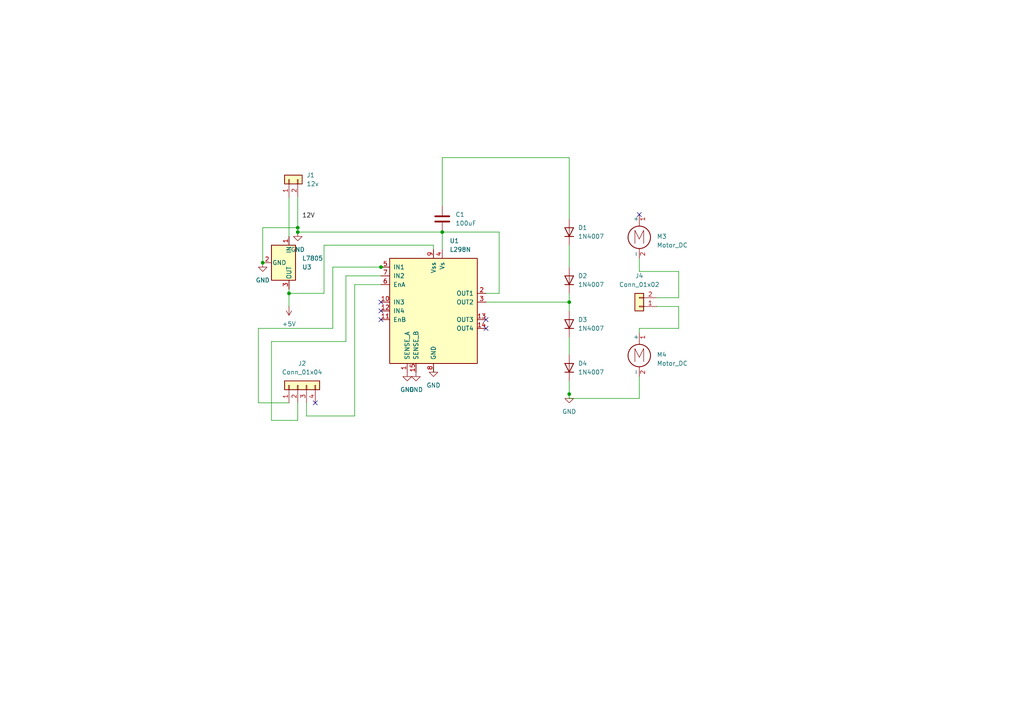
<source format=kicad_sch>
(kicad_sch
	(version 20250114)
	(generator "eeschema")
	(generator_version "9.0")
	(uuid "f5925f74-ba57-498d-8115-6fc729b7db7b")
	(paper "A4")
	(lib_symbols
		(symbol "Connector_Generic:Conn_01x02"
			(pin_names
				(offset 1.016)
				(hide yes)
			)
			(exclude_from_sim no)
			(in_bom yes)
			(on_board yes)
			(property "Reference" "J"
				(at 0 2.54 0)
				(effects
					(font
						(size 1.27 1.27)
					)
				)
			)
			(property "Value" "Conn_01x02"
				(at 0 -5.08 0)
				(effects
					(font
						(size 1.27 1.27)
					)
				)
			)
			(property "Footprint" ""
				(at 0 0 0)
				(effects
					(font
						(size 1.27 1.27)
					)
					(hide yes)
				)
			)
			(property "Datasheet" "~"
				(at 0 0 0)
				(effects
					(font
						(size 1.27 1.27)
					)
					(hide yes)
				)
			)
			(property "Description" "Generic connector, single row, 01x02, script generated (kicad-library-utils/schlib/autogen/connector/)"
				(at 0 0 0)
				(effects
					(font
						(size 1.27 1.27)
					)
					(hide yes)
				)
			)
			(property "ki_keywords" "connector"
				(at 0 0 0)
				(effects
					(font
						(size 1.27 1.27)
					)
					(hide yes)
				)
			)
			(property "ki_fp_filters" "Connector*:*_1x??_*"
				(at 0 0 0)
				(effects
					(font
						(size 1.27 1.27)
					)
					(hide yes)
				)
			)
			(symbol "Conn_01x02_1_1"
				(rectangle
					(start -1.27 1.27)
					(end 1.27 -3.81)
					(stroke
						(width 0.254)
						(type default)
					)
					(fill
						(type background)
					)
				)
				(rectangle
					(start -1.27 0.127)
					(end 0 -0.127)
					(stroke
						(width 0.1524)
						(type default)
					)
					(fill
						(type none)
					)
				)
				(rectangle
					(start -1.27 -2.413)
					(end 0 -2.667)
					(stroke
						(width 0.1524)
						(type default)
					)
					(fill
						(type none)
					)
				)
				(pin passive line
					(at -5.08 0 0)
					(length 3.81)
					(name "Pin_1"
						(effects
							(font
								(size 1.27 1.27)
							)
						)
					)
					(number "1"
						(effects
							(font
								(size 1.27 1.27)
							)
						)
					)
				)
				(pin passive line
					(at -5.08 -2.54 0)
					(length 3.81)
					(name "Pin_2"
						(effects
							(font
								(size 1.27 1.27)
							)
						)
					)
					(number "2"
						(effects
							(font
								(size 1.27 1.27)
							)
						)
					)
				)
			)
			(embedded_fonts no)
		)
		(symbol "Connector_Generic:Conn_01x04"
			(pin_names
				(offset 1.016)
				(hide yes)
			)
			(exclude_from_sim no)
			(in_bom yes)
			(on_board yes)
			(property "Reference" "J"
				(at 0 5.08 0)
				(effects
					(font
						(size 1.27 1.27)
					)
				)
			)
			(property "Value" "Conn_01x04"
				(at 0 -7.62 0)
				(effects
					(font
						(size 1.27 1.27)
					)
				)
			)
			(property "Footprint" ""
				(at 0 0 0)
				(effects
					(font
						(size 1.27 1.27)
					)
					(hide yes)
				)
			)
			(property "Datasheet" "~"
				(at 0 0 0)
				(effects
					(font
						(size 1.27 1.27)
					)
					(hide yes)
				)
			)
			(property "Description" "Generic connector, single row, 01x04, script generated (kicad-library-utils/schlib/autogen/connector/)"
				(at 0 0 0)
				(effects
					(font
						(size 1.27 1.27)
					)
					(hide yes)
				)
			)
			(property "ki_keywords" "connector"
				(at 0 0 0)
				(effects
					(font
						(size 1.27 1.27)
					)
					(hide yes)
				)
			)
			(property "ki_fp_filters" "Connector*:*_1x??_*"
				(at 0 0 0)
				(effects
					(font
						(size 1.27 1.27)
					)
					(hide yes)
				)
			)
			(symbol "Conn_01x04_1_1"
				(rectangle
					(start -1.27 3.81)
					(end 1.27 -6.35)
					(stroke
						(width 0.254)
						(type default)
					)
					(fill
						(type background)
					)
				)
				(rectangle
					(start -1.27 2.667)
					(end 0 2.413)
					(stroke
						(width 0.1524)
						(type default)
					)
					(fill
						(type none)
					)
				)
				(rectangle
					(start -1.27 0.127)
					(end 0 -0.127)
					(stroke
						(width 0.1524)
						(type default)
					)
					(fill
						(type none)
					)
				)
				(rectangle
					(start -1.27 -2.413)
					(end 0 -2.667)
					(stroke
						(width 0.1524)
						(type default)
					)
					(fill
						(type none)
					)
				)
				(rectangle
					(start -1.27 -4.953)
					(end 0 -5.207)
					(stroke
						(width 0.1524)
						(type default)
					)
					(fill
						(type none)
					)
				)
				(pin passive line
					(at -5.08 2.54 0)
					(length 3.81)
					(name "Pin_1"
						(effects
							(font
								(size 1.27 1.27)
							)
						)
					)
					(number "1"
						(effects
							(font
								(size 1.27 1.27)
							)
						)
					)
				)
				(pin passive line
					(at -5.08 0 0)
					(length 3.81)
					(name "Pin_2"
						(effects
							(font
								(size 1.27 1.27)
							)
						)
					)
					(number "2"
						(effects
							(font
								(size 1.27 1.27)
							)
						)
					)
				)
				(pin passive line
					(at -5.08 -2.54 0)
					(length 3.81)
					(name "Pin_3"
						(effects
							(font
								(size 1.27 1.27)
							)
						)
					)
					(number "3"
						(effects
							(font
								(size 1.27 1.27)
							)
						)
					)
				)
				(pin passive line
					(at -5.08 -5.08 0)
					(length 3.81)
					(name "Pin_4"
						(effects
							(font
								(size 1.27 1.27)
							)
						)
					)
					(number "4"
						(effects
							(font
								(size 1.27 1.27)
							)
						)
					)
				)
			)
			(embedded_fonts no)
		)
		(symbol "Device:C"
			(pin_numbers
				(hide yes)
			)
			(pin_names
				(offset 0.254)
			)
			(exclude_from_sim no)
			(in_bom yes)
			(on_board yes)
			(property "Reference" "C"
				(at 0.635 2.54 0)
				(effects
					(font
						(size 1.27 1.27)
					)
					(justify left)
				)
			)
			(property "Value" "C"
				(at 0.635 -2.54 0)
				(effects
					(font
						(size 1.27 1.27)
					)
					(justify left)
				)
			)
			(property "Footprint" ""
				(at 0.9652 -3.81 0)
				(effects
					(font
						(size 1.27 1.27)
					)
					(hide yes)
				)
			)
			(property "Datasheet" "~"
				(at 0 0 0)
				(effects
					(font
						(size 1.27 1.27)
					)
					(hide yes)
				)
			)
			(property "Description" "Unpolarized capacitor"
				(at 0 0 0)
				(effects
					(font
						(size 1.27 1.27)
					)
					(hide yes)
				)
			)
			(property "ki_keywords" "cap capacitor"
				(at 0 0 0)
				(effects
					(font
						(size 1.27 1.27)
					)
					(hide yes)
				)
			)
			(property "ki_fp_filters" "C_*"
				(at 0 0 0)
				(effects
					(font
						(size 1.27 1.27)
					)
					(hide yes)
				)
			)
			(symbol "C_0_1"
				(polyline
					(pts
						(xy -2.032 0.762) (xy 2.032 0.762)
					)
					(stroke
						(width 0.508)
						(type default)
					)
					(fill
						(type none)
					)
				)
				(polyline
					(pts
						(xy -2.032 -0.762) (xy 2.032 -0.762)
					)
					(stroke
						(width 0.508)
						(type default)
					)
					(fill
						(type none)
					)
				)
			)
			(symbol "C_1_1"
				(pin passive line
					(at 0 3.81 270)
					(length 2.794)
					(name "~"
						(effects
							(font
								(size 1.27 1.27)
							)
						)
					)
					(number "1"
						(effects
							(font
								(size 1.27 1.27)
							)
						)
					)
				)
				(pin passive line
					(at 0 -3.81 90)
					(length 2.794)
					(name "~"
						(effects
							(font
								(size 1.27 1.27)
							)
						)
					)
					(number "2"
						(effects
							(font
								(size 1.27 1.27)
							)
						)
					)
				)
			)
			(embedded_fonts no)
		)
		(symbol "Diode:1N4007"
			(pin_numbers
				(hide yes)
			)
			(pin_names
				(hide yes)
			)
			(exclude_from_sim no)
			(in_bom yes)
			(on_board yes)
			(property "Reference" "D"
				(at 0 2.54 0)
				(effects
					(font
						(size 1.27 1.27)
					)
				)
			)
			(property "Value" "1N4007"
				(at 0 -2.54 0)
				(effects
					(font
						(size 1.27 1.27)
					)
				)
			)
			(property "Footprint" "Diode_THT:D_DO-41_SOD81_P10.16mm_Horizontal"
				(at 0 -4.445 0)
				(effects
					(font
						(size 1.27 1.27)
					)
					(hide yes)
				)
			)
			(property "Datasheet" "http://www.vishay.com/docs/88503/1n4001.pdf"
				(at 0 0 0)
				(effects
					(font
						(size 1.27 1.27)
					)
					(hide yes)
				)
			)
			(property "Description" "1000V 1A General Purpose Rectifier Diode, DO-41"
				(at 0 0 0)
				(effects
					(font
						(size 1.27 1.27)
					)
					(hide yes)
				)
			)
			(property "Sim.Device" "D"
				(at 0 0 0)
				(effects
					(font
						(size 1.27 1.27)
					)
					(hide yes)
				)
			)
			(property "Sim.Pins" "1=K 2=A"
				(at 0 0 0)
				(effects
					(font
						(size 1.27 1.27)
					)
					(hide yes)
				)
			)
			(property "ki_keywords" "diode"
				(at 0 0 0)
				(effects
					(font
						(size 1.27 1.27)
					)
					(hide yes)
				)
			)
			(property "ki_fp_filters" "D*DO?41*"
				(at 0 0 0)
				(effects
					(font
						(size 1.27 1.27)
					)
					(hide yes)
				)
			)
			(symbol "1N4007_0_1"
				(polyline
					(pts
						(xy -1.27 1.27) (xy -1.27 -1.27)
					)
					(stroke
						(width 0.254)
						(type default)
					)
					(fill
						(type none)
					)
				)
				(polyline
					(pts
						(xy 1.27 1.27) (xy 1.27 -1.27) (xy -1.27 0) (xy 1.27 1.27)
					)
					(stroke
						(width 0.254)
						(type default)
					)
					(fill
						(type none)
					)
				)
				(polyline
					(pts
						(xy 1.27 0) (xy -1.27 0)
					)
					(stroke
						(width 0)
						(type default)
					)
					(fill
						(type none)
					)
				)
			)
			(symbol "1N4007_1_1"
				(pin passive line
					(at -3.81 0 0)
					(length 2.54)
					(name "K"
						(effects
							(font
								(size 1.27 1.27)
							)
						)
					)
					(number "1"
						(effects
							(font
								(size 1.27 1.27)
							)
						)
					)
				)
				(pin passive line
					(at 3.81 0 180)
					(length 2.54)
					(name "A"
						(effects
							(font
								(size 1.27 1.27)
							)
						)
					)
					(number "2"
						(effects
							(font
								(size 1.27 1.27)
							)
						)
					)
				)
			)
			(embedded_fonts no)
		)
		(symbol "Driver_Motor:L298N"
			(pin_names
				(offset 1.016)
			)
			(exclude_from_sim no)
			(in_bom yes)
			(on_board yes)
			(property "Reference" "U"
				(at -10.16 16.51 0)
				(effects
					(font
						(size 1.27 1.27)
					)
					(justify right)
				)
			)
			(property "Value" "L298N"
				(at 12.7 16.51 0)
				(effects
					(font
						(size 1.27 1.27)
					)
					(justify right)
				)
			)
			(property "Footprint" "Package_TO_SOT_THT:TO-220-15_P2.54x2.54mm_StaggerOdd_Lead4.58mm_Vertical"
				(at 1.27 -16.51 0)
				(effects
					(font
						(size 1.27 1.27)
					)
					(justify left)
					(hide yes)
				)
			)
			(property "Datasheet" "http://www.st.com/st-web-ui/static/active/en/resource/technical/document/datasheet/CD00000240.pdf"
				(at 3.81 6.35 0)
				(effects
					(font
						(size 1.27 1.27)
					)
					(hide yes)
				)
			)
			(property "Description" "Dual full bridge motor driver, up to 46V, 4A, Multiwatt15-V"
				(at 0 0 0)
				(effects
					(font
						(size 1.27 1.27)
					)
					(hide yes)
				)
			)
			(property "ki_keywords" "H-bridge motor driver"
				(at 0 0 0)
				(effects
					(font
						(size 1.27 1.27)
					)
					(hide yes)
				)
			)
			(property "ki_fp_filters" "TO?220*StaggerOdd*Vertical*"
				(at 0 0 0)
				(effects
					(font
						(size 1.27 1.27)
					)
					(hide yes)
				)
			)
			(symbol "L298N_0_1"
				(rectangle
					(start -12.7 15.24)
					(end 12.7 -15.24)
					(stroke
						(width 0.254)
						(type default)
					)
					(fill
						(type background)
					)
				)
			)
			(symbol "L298N_1_1"
				(pin input line
					(at -15.24 12.7 0)
					(length 2.54)
					(name "IN1"
						(effects
							(font
								(size 1.27 1.27)
							)
						)
					)
					(number "5"
						(effects
							(font
								(size 1.27 1.27)
							)
						)
					)
				)
				(pin input line
					(at -15.24 10.16 0)
					(length 2.54)
					(name "IN2"
						(effects
							(font
								(size 1.27 1.27)
							)
						)
					)
					(number "7"
						(effects
							(font
								(size 1.27 1.27)
							)
						)
					)
				)
				(pin input line
					(at -15.24 7.62 0)
					(length 2.54)
					(name "EnA"
						(effects
							(font
								(size 1.27 1.27)
							)
						)
					)
					(number "6"
						(effects
							(font
								(size 1.27 1.27)
							)
						)
					)
				)
				(pin input line
					(at -15.24 2.54 0)
					(length 2.54)
					(name "IN3"
						(effects
							(font
								(size 1.27 1.27)
							)
						)
					)
					(number "10"
						(effects
							(font
								(size 1.27 1.27)
							)
						)
					)
				)
				(pin input line
					(at -15.24 0 0)
					(length 2.54)
					(name "IN4"
						(effects
							(font
								(size 1.27 1.27)
							)
						)
					)
					(number "12"
						(effects
							(font
								(size 1.27 1.27)
							)
						)
					)
				)
				(pin input line
					(at -15.24 -2.54 0)
					(length 2.54)
					(name "EnB"
						(effects
							(font
								(size 1.27 1.27)
							)
						)
					)
					(number "11"
						(effects
							(font
								(size 1.27 1.27)
							)
						)
					)
				)
				(pin power_in line
					(at -7.62 -17.78 90)
					(length 2.54)
					(name "SENSE_A"
						(effects
							(font
								(size 1.27 1.27)
							)
						)
					)
					(number "1"
						(effects
							(font
								(size 1.27 1.27)
							)
						)
					)
				)
				(pin power_in line
					(at -5.08 -17.78 90)
					(length 2.54)
					(name "SENSE_B"
						(effects
							(font
								(size 1.27 1.27)
							)
						)
					)
					(number "15"
						(effects
							(font
								(size 1.27 1.27)
							)
						)
					)
				)
				(pin power_in line
					(at 0 17.78 270)
					(length 2.54)
					(name "Vss"
						(effects
							(font
								(size 1.27 1.27)
							)
						)
					)
					(number "9"
						(effects
							(font
								(size 1.27 1.27)
							)
						)
					)
				)
				(pin power_in line
					(at 0 -17.78 90)
					(length 2.54)
					(name "GND"
						(effects
							(font
								(size 1.27 1.27)
							)
						)
					)
					(number "8"
						(effects
							(font
								(size 1.27 1.27)
							)
						)
					)
				)
				(pin power_in line
					(at 2.54 17.78 270)
					(length 2.54)
					(name "Vs"
						(effects
							(font
								(size 1.27 1.27)
							)
						)
					)
					(number "4"
						(effects
							(font
								(size 1.27 1.27)
							)
						)
					)
				)
				(pin output line
					(at 15.24 5.08 180)
					(length 2.54)
					(name "OUT1"
						(effects
							(font
								(size 1.27 1.27)
							)
						)
					)
					(number "2"
						(effects
							(font
								(size 1.27 1.27)
							)
						)
					)
				)
				(pin output line
					(at 15.24 2.54 180)
					(length 2.54)
					(name "OUT2"
						(effects
							(font
								(size 1.27 1.27)
							)
						)
					)
					(number "3"
						(effects
							(font
								(size 1.27 1.27)
							)
						)
					)
				)
				(pin output line
					(at 15.24 -2.54 180)
					(length 2.54)
					(name "OUT3"
						(effects
							(font
								(size 1.27 1.27)
							)
						)
					)
					(number "13"
						(effects
							(font
								(size 1.27 1.27)
							)
						)
					)
				)
				(pin output line
					(at 15.24 -5.08 180)
					(length 2.54)
					(name "OUT4"
						(effects
							(font
								(size 1.27 1.27)
							)
						)
					)
					(number "14"
						(effects
							(font
								(size 1.27 1.27)
							)
						)
					)
				)
			)
			(embedded_fonts no)
		)
		(symbol "Motor:Motor_DC"
			(pin_names
				(offset 0)
			)
			(exclude_from_sim no)
			(in_bom yes)
			(on_board yes)
			(property "Reference" "M"
				(at 2.54 2.54 0)
				(effects
					(font
						(size 1.27 1.27)
					)
					(justify left)
				)
			)
			(property "Value" "Motor_DC"
				(at 2.54 -5.08 0)
				(effects
					(font
						(size 1.27 1.27)
					)
					(justify left top)
				)
			)
			(property "Footprint" ""
				(at 0 -2.286 0)
				(effects
					(font
						(size 1.27 1.27)
					)
					(hide yes)
				)
			)
			(property "Datasheet" "~"
				(at 0 -2.286 0)
				(effects
					(font
						(size 1.27 1.27)
					)
					(hide yes)
				)
			)
			(property "Description" "DC Motor"
				(at 0 0 0)
				(effects
					(font
						(size 1.27 1.27)
					)
					(hide yes)
				)
			)
			(property "ki_keywords" "DC Motor"
				(at 0 0 0)
				(effects
					(font
						(size 1.27 1.27)
					)
					(hide yes)
				)
			)
			(property "ki_fp_filters" "PinHeader*P2.54mm* TerminalBlock*"
				(at 0 0 0)
				(effects
					(font
						(size 1.27 1.27)
					)
					(hide yes)
				)
			)
			(symbol "Motor_DC_0_0"
				(polyline
					(pts
						(xy -1.27 -3.302) (xy -1.27 0.508) (xy 0 -2.032) (xy 1.27 0.508) (xy 1.27 -3.302)
					)
					(stroke
						(width 0)
						(type default)
					)
					(fill
						(type none)
					)
				)
			)
			(symbol "Motor_DC_0_1"
				(polyline
					(pts
						(xy 0 2.032) (xy 0 2.54)
					)
					(stroke
						(width 0)
						(type default)
					)
					(fill
						(type none)
					)
				)
				(polyline
					(pts
						(xy 0 1.7272) (xy 0 2.0828)
					)
					(stroke
						(width 0)
						(type default)
					)
					(fill
						(type none)
					)
				)
				(circle
					(center 0 -1.524)
					(radius 3.2512)
					(stroke
						(width 0.254)
						(type default)
					)
					(fill
						(type none)
					)
				)
				(polyline
					(pts
						(xy 0 -4.7752) (xy 0 -5.1816)
					)
					(stroke
						(width 0)
						(type default)
					)
					(fill
						(type none)
					)
				)
				(polyline
					(pts
						(xy 0 -7.62) (xy 0 -7.112)
					)
					(stroke
						(width 0)
						(type default)
					)
					(fill
						(type none)
					)
				)
			)
			(symbol "Motor_DC_1_1"
				(pin passive line
					(at 0 5.08 270)
					(length 2.54)
					(name "+"
						(effects
							(font
								(size 1.27 1.27)
							)
						)
					)
					(number "1"
						(effects
							(font
								(size 1.27 1.27)
							)
						)
					)
				)
				(pin passive line
					(at 0 -7.62 90)
					(length 2.54)
					(name "-"
						(effects
							(font
								(size 1.27 1.27)
							)
						)
					)
					(number "2"
						(effects
							(font
								(size 1.27 1.27)
							)
						)
					)
				)
			)
			(embedded_fonts no)
		)
		(symbol "Regulator_Linear:L7805"
			(pin_names
				(offset 0.254)
			)
			(exclude_from_sim no)
			(in_bom yes)
			(on_board yes)
			(property "Reference" "U"
				(at -3.81 3.175 0)
				(effects
					(font
						(size 1.27 1.27)
					)
				)
			)
			(property "Value" "L7805"
				(at 0 3.175 0)
				(effects
					(font
						(size 1.27 1.27)
					)
					(justify left)
				)
			)
			(property "Footprint" ""
				(at 0.635 -3.81 0)
				(effects
					(font
						(size 1.27 1.27)
						(italic yes)
					)
					(justify left)
					(hide yes)
				)
			)
			(property "Datasheet" "http://www.st.com/content/ccc/resource/technical/document/datasheet/41/4f/b3/b0/12/d4/47/88/CD00000444.pdf/files/CD00000444.pdf/jcr:content/translations/en.CD00000444.pdf"
				(at 0 -1.27 0)
				(effects
					(font
						(size 1.27 1.27)
					)
					(hide yes)
				)
			)
			(property "Description" "Positive 1.5A 35V Linear Regulator, Fixed Output 5V, TO-220/TO-263/TO-252"
				(at 0 0 0)
				(effects
					(font
						(size 1.27 1.27)
					)
					(hide yes)
				)
			)
			(property "ki_keywords" "Voltage Regulator 1.5A Positive"
				(at 0 0 0)
				(effects
					(font
						(size 1.27 1.27)
					)
					(hide yes)
				)
			)
			(property "ki_fp_filters" "TO?252* TO?263* TO?220*"
				(at 0 0 0)
				(effects
					(font
						(size 1.27 1.27)
					)
					(hide yes)
				)
			)
			(symbol "L7805_0_1"
				(rectangle
					(start -5.08 1.905)
					(end 5.08 -5.08)
					(stroke
						(width 0.254)
						(type default)
					)
					(fill
						(type background)
					)
				)
			)
			(symbol "L7805_1_1"
				(pin power_in line
					(at -7.62 0 0)
					(length 2.54)
					(name "IN"
						(effects
							(font
								(size 1.27 1.27)
							)
						)
					)
					(number "1"
						(effects
							(font
								(size 1.27 1.27)
							)
						)
					)
				)
				(pin power_in line
					(at 0 -7.62 90)
					(length 2.54)
					(name "GND"
						(effects
							(font
								(size 1.27 1.27)
							)
						)
					)
					(number "2"
						(effects
							(font
								(size 1.27 1.27)
							)
						)
					)
				)
				(pin power_out line
					(at 7.62 0 180)
					(length 2.54)
					(name "OUT"
						(effects
							(font
								(size 1.27 1.27)
							)
						)
					)
					(number "3"
						(effects
							(font
								(size 1.27 1.27)
							)
						)
					)
				)
			)
			(embedded_fonts no)
		)
		(symbol "power:+5V"
			(power)
			(pin_numbers
				(hide yes)
			)
			(pin_names
				(offset 0)
				(hide yes)
			)
			(exclude_from_sim no)
			(in_bom yes)
			(on_board yes)
			(property "Reference" "#PWR"
				(at 0 -3.81 0)
				(effects
					(font
						(size 1.27 1.27)
					)
					(hide yes)
				)
			)
			(property "Value" "+5V"
				(at 0 3.556 0)
				(effects
					(font
						(size 1.27 1.27)
					)
				)
			)
			(property "Footprint" ""
				(at 0 0 0)
				(effects
					(font
						(size 1.27 1.27)
					)
					(hide yes)
				)
			)
			(property "Datasheet" ""
				(at 0 0 0)
				(effects
					(font
						(size 1.27 1.27)
					)
					(hide yes)
				)
			)
			(property "Description" "Power symbol creates a global label with name \"+5V\""
				(at 0 0 0)
				(effects
					(font
						(size 1.27 1.27)
					)
					(hide yes)
				)
			)
			(property "ki_keywords" "global power"
				(at 0 0 0)
				(effects
					(font
						(size 1.27 1.27)
					)
					(hide yes)
				)
			)
			(symbol "+5V_0_1"
				(polyline
					(pts
						(xy -0.762 1.27) (xy 0 2.54)
					)
					(stroke
						(width 0)
						(type default)
					)
					(fill
						(type none)
					)
				)
				(polyline
					(pts
						(xy 0 2.54) (xy 0.762 1.27)
					)
					(stroke
						(width 0)
						(type default)
					)
					(fill
						(type none)
					)
				)
				(polyline
					(pts
						(xy 0 0) (xy 0 2.54)
					)
					(stroke
						(width 0)
						(type default)
					)
					(fill
						(type none)
					)
				)
			)
			(symbol "+5V_1_1"
				(pin power_in line
					(at 0 0 90)
					(length 0)
					(name "~"
						(effects
							(font
								(size 1.27 1.27)
							)
						)
					)
					(number "1"
						(effects
							(font
								(size 1.27 1.27)
							)
						)
					)
				)
			)
			(embedded_fonts no)
		)
		(symbol "power:GND"
			(power)
			(pin_numbers
				(hide yes)
			)
			(pin_names
				(offset 0)
				(hide yes)
			)
			(exclude_from_sim no)
			(in_bom yes)
			(on_board yes)
			(property "Reference" "#PWR"
				(at 0 -6.35 0)
				(effects
					(font
						(size 1.27 1.27)
					)
					(hide yes)
				)
			)
			(property "Value" "GND"
				(at 0 -3.81 0)
				(effects
					(font
						(size 1.27 1.27)
					)
				)
			)
			(property "Footprint" ""
				(at 0 0 0)
				(effects
					(font
						(size 1.27 1.27)
					)
					(hide yes)
				)
			)
			(property "Datasheet" ""
				(at 0 0 0)
				(effects
					(font
						(size 1.27 1.27)
					)
					(hide yes)
				)
			)
			(property "Description" "Power symbol creates a global label with name \"GND\" , ground"
				(at 0 0 0)
				(effects
					(font
						(size 1.27 1.27)
					)
					(hide yes)
				)
			)
			(property "ki_keywords" "global power"
				(at 0 0 0)
				(effects
					(font
						(size 1.27 1.27)
					)
					(hide yes)
				)
			)
			(symbol "GND_0_1"
				(polyline
					(pts
						(xy 0 0) (xy 0 -1.27) (xy 1.27 -1.27) (xy 0 -2.54) (xy -1.27 -1.27) (xy 0 -1.27)
					)
					(stroke
						(width 0)
						(type default)
					)
					(fill
						(type none)
					)
				)
			)
			(symbol "GND_1_1"
				(pin power_in line
					(at 0 0 270)
					(length 0)
					(name "~"
						(effects
							(font
								(size 1.27 1.27)
							)
						)
					)
					(number "1"
						(effects
							(font
								(size 1.27 1.27)
							)
						)
					)
				)
			)
			(embedded_fonts no)
		)
	)
	(junction
		(at 83.82 85.09)
		(diameter 0)
		(color 0 0 0 0)
		(uuid "61877d72-3dfc-47a6-938d-960850634d77")
	)
	(junction
		(at 128.27 67.31)
		(diameter 0)
		(color 0 0 0 0)
		(uuid "6d163606-0760-427b-b274-32dc45cf79ac")
	)
	(junction
		(at 86.36 66.04)
		(diameter 0)
		(color 0 0 0 0)
		(uuid "733a70ba-b754-4efb-b7e9-5a6736667f6c")
	)
	(junction
		(at 76.2 76.2)
		(diameter 0)
		(color 0 0 0 0)
		(uuid "7ac45640-0d0b-409f-928b-727b50cadbef")
	)
	(junction
		(at 165.1 114.3)
		(diameter 0)
		(color 0 0 0 0)
		(uuid "aff038de-1274-44c1-b8de-7197b2969fef")
	)
	(junction
		(at 165.1 87.63)
		(diameter 0)
		(color 0 0 0 0)
		(uuid "b0edae14-b480-45ea-9e8c-2e4cdecd9e12")
	)
	(junction
		(at 86.36 67.31)
		(diameter 0)
		(color 0 0 0 0)
		(uuid "ceb85c7e-3a40-4ca4-b408-e960cac05857")
	)
	(junction
		(at 110.49 77.47)
		(diameter 0)
		(color 0 0 0 0)
		(uuid "f10dcfb0-1eb5-4fbf-9684-a192debeed06")
	)
	(no_connect
		(at 140.97 95.25)
		(uuid "1349b9f8-60f8-4e96-b38b-23d5af2d83cb")
	)
	(no_connect
		(at 140.97 92.71)
		(uuid "8a04bff2-b32b-4f25-97de-17f355e07a20")
	)
	(no_connect
		(at 110.49 87.63)
		(uuid "a567ee56-c5c6-414c-99c0-cf80659e7d02")
	)
	(no_connect
		(at 110.49 90.17)
		(uuid "ad25c5d5-a35a-4bb6-b19f-454afd57dd11")
	)
	(no_connect
		(at 185.42 62.23)
		(uuid "aebc23f9-7265-4d03-b861-fe3a9a7f5ed0")
	)
	(no_connect
		(at 110.49 92.71)
		(uuid "ba1b41ae-d8b3-4fab-b519-8ad722e9744b")
	)
	(no_connect
		(at 91.44 116.84)
		(uuid "cc877917-017f-4db4-afc6-3425c7b1f067")
	)
	(wire
		(pts
			(xy 110.49 80.01) (xy 100.33 80.01)
		)
		(stroke
			(width 0)
			(type default)
		)
		(uuid "0174fd79-4464-47f9-b496-de061f62b613")
	)
	(wire
		(pts
			(xy 100.33 99.06) (xy 78.74 99.06)
		)
		(stroke
			(width 0)
			(type default)
		)
		(uuid "0b244edb-d269-4dd4-8d06-491aa35abd77")
	)
	(wire
		(pts
			(xy 185.42 78.74) (xy 196.85 78.74)
		)
		(stroke
			(width 0)
			(type default)
		)
		(uuid "13cd0428-6298-47f4-9a27-b9ce2be1a60c")
	)
	(wire
		(pts
			(xy 185.42 95.25) (xy 185.42 96.52)
		)
		(stroke
			(width 0)
			(type default)
		)
		(uuid "19297a31-d57c-4e39-ace9-8e0a13d0e9b2")
	)
	(wire
		(pts
			(xy 165.1 97.79) (xy 165.1 102.87)
		)
		(stroke
			(width 0)
			(type default)
		)
		(uuid "1a7cdf48-a849-44dc-93f4-e41bb3cf44ce")
	)
	(wire
		(pts
			(xy 86.36 66.04) (xy 76.2 66.04)
		)
		(stroke
			(width 0)
			(type default)
		)
		(uuid "24a5c40c-cc7b-4d96-a159-572b5796d031")
	)
	(wire
		(pts
			(xy 96.52 95.25) (xy 74.93 95.25)
		)
		(stroke
			(width 0)
			(type default)
		)
		(uuid "2eecc4cf-6302-4f12-9ca9-b244e1f05e0b")
	)
	(wire
		(pts
			(xy 102.87 82.55) (xy 102.87 120.65)
		)
		(stroke
			(width 0)
			(type default)
		)
		(uuid "352b4e7b-c161-4f64-ae2b-bfbd8fe69d92")
	)
	(wire
		(pts
			(xy 196.85 95.25) (xy 185.42 95.25)
		)
		(stroke
			(width 0)
			(type default)
		)
		(uuid "4e183bfb-2658-4b44-bc2c-dff72fe93b08")
	)
	(wire
		(pts
			(xy 190.5 88.9) (xy 196.85 88.9)
		)
		(stroke
			(width 0)
			(type default)
		)
		(uuid "53c916ce-6397-49cc-9bd9-277577e60565")
	)
	(wire
		(pts
			(xy 165.1 45.72) (xy 128.27 45.72)
		)
		(stroke
			(width 0)
			(type default)
		)
		(uuid "57501cb9-d0aa-423d-b90c-02b24d8599af")
	)
	(wire
		(pts
			(xy 88.9 120.65) (xy 88.9 116.84)
		)
		(stroke
			(width 0)
			(type default)
		)
		(uuid "57b3bc40-ff8f-4ca2-aed7-280d145f6acd")
	)
	(wire
		(pts
			(xy 165.1 71.12) (xy 165.1 77.47)
		)
		(stroke
			(width 0)
			(type default)
		)
		(uuid "59b6de53-0ec7-448a-8599-34f10ef3c878")
	)
	(wire
		(pts
			(xy 128.27 67.31) (xy 144.78 67.31)
		)
		(stroke
			(width 0)
			(type default)
		)
		(uuid "5bcc46c2-9e88-425c-8210-892c01c44258")
	)
	(wire
		(pts
			(xy 165.1 110.49) (xy 165.1 114.3)
		)
		(stroke
			(width 0)
			(type default)
		)
		(uuid "5cf731e5-b7ca-4d12-9d37-e0c09371e29f")
	)
	(wire
		(pts
			(xy 74.93 95.25) (xy 74.93 116.84)
		)
		(stroke
			(width 0)
			(type default)
		)
		(uuid "5f843bf1-51ce-43e6-87da-8f272410d67e")
	)
	(wire
		(pts
			(xy 165.1 115.57) (xy 185.42 115.57)
		)
		(stroke
			(width 0)
			(type default)
		)
		(uuid "6adf260d-9f23-4168-93e2-3611862135aa")
	)
	(wire
		(pts
			(xy 196.85 86.36) (xy 190.5 86.36)
		)
		(stroke
			(width 0)
			(type default)
		)
		(uuid "7516dae4-2f7d-495f-9777-8a780d86f968")
	)
	(wire
		(pts
			(xy 128.27 67.31) (xy 128.27 72.39)
		)
		(stroke
			(width 0)
			(type default)
		)
		(uuid "7a66e6b9-f3c0-46a7-979c-0b3c0df955f8")
	)
	(wire
		(pts
			(xy 102.87 120.65) (xy 88.9 120.65)
		)
		(stroke
			(width 0)
			(type default)
		)
		(uuid "8a13d405-5700-41bd-ba3a-ebb7408af721")
	)
	(wire
		(pts
			(xy 140.97 87.63) (xy 165.1 87.63)
		)
		(stroke
			(width 0)
			(type default)
		)
		(uuid "8b4cb5a5-aaaf-45f6-b84f-baf676148877")
	)
	(wire
		(pts
			(xy 144.78 85.09) (xy 140.97 85.09)
		)
		(stroke
			(width 0)
			(type default)
		)
		(uuid "934279f0-4610-47c5-9932-6d4db55f8c6c")
	)
	(wire
		(pts
			(xy 165.1 85.09) (xy 165.1 87.63)
		)
		(stroke
			(width 0)
			(type default)
		)
		(uuid "947613a0-609b-4106-b624-53482e161075")
	)
	(wire
		(pts
			(xy 93.98 71.12) (xy 125.73 71.12)
		)
		(stroke
			(width 0)
			(type default)
		)
		(uuid "986b370d-e3b9-4616-9dd7-0a5313f17526")
	)
	(wire
		(pts
			(xy 86.36 57.15) (xy 86.36 66.04)
		)
		(stroke
			(width 0)
			(type default)
		)
		(uuid "9a1922cd-91fb-46b7-936c-c909af7005c0")
	)
	(wire
		(pts
			(xy 83.82 83.82) (xy 83.82 85.09)
		)
		(stroke
			(width 0)
			(type default)
		)
		(uuid "9c926af3-0051-4801-8138-a01df719b38f")
	)
	(wire
		(pts
			(xy 83.82 57.15) (xy 83.82 68.58)
		)
		(stroke
			(width 0)
			(type default)
		)
		(uuid "a0170ce0-59b0-4b25-a010-3b1804f8d7bb")
	)
	(wire
		(pts
			(xy 110.49 77.47) (xy 111.76 77.47)
		)
		(stroke
			(width 0)
			(type default)
		)
		(uuid "a3d3dd23-ea80-43dc-99d6-3ad944dcc47c")
	)
	(wire
		(pts
			(xy 83.82 85.09) (xy 83.82 88.9)
		)
		(stroke
			(width 0)
			(type default)
		)
		(uuid "a559591a-9781-4731-8440-4f04c5652544")
	)
	(wire
		(pts
			(xy 185.42 74.93) (xy 185.42 78.74)
		)
		(stroke
			(width 0)
			(type default)
		)
		(uuid "a5def15e-e4c1-481a-814b-d50966e258e6")
	)
	(wire
		(pts
			(xy 78.74 121.92) (xy 86.36 121.92)
		)
		(stroke
			(width 0)
			(type default)
		)
		(uuid "a6742f65-3a6e-462e-b29b-7523b725dd2a")
	)
	(wire
		(pts
			(xy 96.52 77.47) (xy 96.52 95.25)
		)
		(stroke
			(width 0)
			(type default)
		)
		(uuid "a7a35a91-d0a0-4793-9c39-39002df84b9c")
	)
	(wire
		(pts
			(xy 100.33 80.01) (xy 100.33 99.06)
		)
		(stroke
			(width 0)
			(type default)
		)
		(uuid "ab93284d-489b-4538-9be8-34f84b8bbe06")
	)
	(wire
		(pts
			(xy 165.1 114.3) (xy 165.1 115.57)
		)
		(stroke
			(width 0)
			(type default)
		)
		(uuid "ac93158c-a910-427e-be20-e99c02cc9a31")
	)
	(wire
		(pts
			(xy 196.85 78.74) (xy 196.85 86.36)
		)
		(stroke
			(width 0)
			(type default)
		)
		(uuid "ac9844a2-2339-4847-81a5-d46aa12963c5")
	)
	(wire
		(pts
			(xy 96.52 77.47) (xy 110.49 77.47)
		)
		(stroke
			(width 0)
			(type default)
		)
		(uuid "be721bff-6a74-4aa3-b51a-43139dc10ba7")
	)
	(wire
		(pts
			(xy 76.2 66.04) (xy 76.2 76.2)
		)
		(stroke
			(width 0)
			(type default)
		)
		(uuid "c084259d-5ec7-4d24-b725-7645b2fadf94")
	)
	(wire
		(pts
			(xy 125.73 72.39) (xy 125.73 71.12)
		)
		(stroke
			(width 0)
			(type default)
		)
		(uuid "c7b69e43-099a-45b5-9cea-603486eb6631")
	)
	(wire
		(pts
			(xy 165.1 87.63) (xy 165.1 90.17)
		)
		(stroke
			(width 0)
			(type default)
		)
		(uuid "c7d46f1d-3abd-4324-a7e1-1524278d26f7")
	)
	(wire
		(pts
			(xy 125.73 106.68) (xy 125.73 107.95)
		)
		(stroke
			(width 0)
			(type default)
		)
		(uuid "c7d8cc06-a8a3-4986-92d2-da357eee27ad")
	)
	(wire
		(pts
			(xy 86.36 66.04) (xy 86.36 67.31)
		)
		(stroke
			(width 0)
			(type default)
		)
		(uuid "caf7f125-75fb-43bb-8432-89a4f945e79f")
	)
	(wire
		(pts
			(xy 93.98 71.12) (xy 93.98 85.09)
		)
		(stroke
			(width 0)
			(type default)
		)
		(uuid "cc465e9d-71a6-4e36-b75c-99a197655d18")
	)
	(wire
		(pts
			(xy 185.42 109.22) (xy 185.42 115.57)
		)
		(stroke
			(width 0)
			(type default)
		)
		(uuid "d0acc674-a7b0-4384-83ec-97ae4649971a")
	)
	(wire
		(pts
			(xy 93.98 85.09) (xy 83.82 85.09)
		)
		(stroke
			(width 0)
			(type default)
		)
		(uuid "d31db1a6-061d-4171-8a65-d9c7f28d9e28")
	)
	(wire
		(pts
			(xy 128.27 45.72) (xy 128.27 59.69)
		)
		(stroke
			(width 0)
			(type default)
		)
		(uuid "d457637e-a30b-4969-a5cb-16435061a549")
	)
	(wire
		(pts
			(xy 110.49 82.55) (xy 102.87 82.55)
		)
		(stroke
			(width 0)
			(type default)
		)
		(uuid "da4d5eef-bd39-4307-8639-67bbbd37b49d")
	)
	(wire
		(pts
			(xy 196.85 88.9) (xy 196.85 95.25)
		)
		(stroke
			(width 0)
			(type default)
		)
		(uuid "da7e9d5e-b513-423a-bfc2-bfcf626ee633")
	)
	(wire
		(pts
			(xy 165.1 63.5) (xy 165.1 45.72)
		)
		(stroke
			(width 0)
			(type default)
		)
		(uuid "df40b89e-ddca-4b09-a101-a28ec3f13572")
	)
	(wire
		(pts
			(xy 74.93 116.84) (xy 83.82 116.84)
		)
		(stroke
			(width 0)
			(type default)
		)
		(uuid "e86e8ed6-1c36-4d1d-9ee2-aad76c724e99")
	)
	(wire
		(pts
			(xy 144.78 67.31) (xy 144.78 85.09)
		)
		(stroke
			(width 0)
			(type default)
		)
		(uuid "e9933437-a3fb-4eab-b29a-71927e723bc0")
	)
	(wire
		(pts
			(xy 78.74 99.06) (xy 78.74 121.92)
		)
		(stroke
			(width 0)
			(type default)
		)
		(uuid "ee76d475-3f04-4808-8eb4-e0a341446650")
	)
	(wire
		(pts
			(xy 86.36 67.31) (xy 128.27 67.31)
		)
		(stroke
			(width 0)
			(type default)
		)
		(uuid "f4c83852-875c-4330-96c5-788110eccd08")
	)
	(wire
		(pts
			(xy 86.36 121.92) (xy 86.36 116.84)
		)
		(stroke
			(width 0)
			(type default)
		)
		(uuid "f6ccc184-1c4a-4017-a95e-ca1cfe5e393e")
	)
	(label "12V"
		(at 87.63 63.5 0)
		(effects
			(font
				(size 1.27 1.27)
			)
			(justify left bottom)
		)
		(uuid "06de88e8-10b4-42de-a2b1-24cd22c0ae2d")
	)
	(symbol
		(lib_id "Driver_Motor:L298N")
		(at 125.73 90.17 0)
		(unit 1)
		(exclude_from_sim no)
		(in_bom yes)
		(on_board yes)
		(dnp no)
		(fields_autoplaced yes)
		(uuid "06fd424c-fb20-4e32-ac37-db7413ea3986")
		(property "Reference" "U1"
			(at 130.4133 69.85 0)
			(effects
				(font
					(size 1.27 1.27)
				)
				(justify left)
			)
		)
		(property "Value" "L298N"
			(at 130.4133 72.39 0)
			(effects
				(font
					(size 1.27 1.27)
				)
				(justify left)
			)
		)
		(property "Footprint" "Package_TO_SOT_THT:TO-220-15_P2.54x2.54mm_StaggerOdd_Lead4.58mm_Vertical"
			(at 127 106.68 0)
			(effects
				(font
					(size 1.27 1.27)
				)
				(justify left)
				(hide yes)
			)
		)
		(property "Datasheet" "http://www.st.com/st-web-ui/static/active/en/resource/technical/document/datasheet/CD00000240.pdf"
			(at 129.54 83.82 0)
			(effects
				(font
					(size 1.27 1.27)
				)
				(hide yes)
			)
		)
		(property "Description" "Dual full bridge motor driver, up to 46V, 4A, Multiwatt15-V"
			(at 125.73 90.17 0)
			(effects
				(font
					(size 1.27 1.27)
				)
				(hide yes)
			)
		)
		(pin "3"
			(uuid "40a29ae8-6a3d-4a72-86b0-7b24fb51da16")
		)
		(pin "12"
			(uuid "91af3363-3010-436f-bf51-2d93ef05c1c1")
		)
		(pin "4"
			(uuid "aefbeac8-6d0c-443c-a832-2a9655bb7e56")
		)
		(pin "6"
			(uuid "b6c111de-2f6f-422f-8de7-cd8e5596594e")
		)
		(pin "10"
			(uuid "53a89f04-d2b8-4b37-ab8b-8fee29348ba2")
		)
		(pin "11"
			(uuid "5af87f34-7a39-4e7d-960e-e4d718a9c4ad")
		)
		(pin "1"
			(uuid "0b18d1e7-e26d-4292-9c15-0828d26ea3de")
		)
		(pin "15"
			(uuid "a95adda5-880e-4124-b926-fd9463e0bea6")
		)
		(pin "9"
			(uuid "ca448262-486a-40e5-8e93-6992e34edaef")
		)
		(pin "14"
			(uuid "3a820c4e-3d8a-4d60-8d69-863ee7cf559b")
		)
		(pin "7"
			(uuid "5e9ebdae-8b86-44e6-8dae-1c0d2a643d7f")
		)
		(pin "2"
			(uuid "fa4cfd1f-53e6-4c05-a852-03f676caa6cf")
		)
		(pin "8"
			(uuid "0581c557-973b-4ce3-b564-ed8d67c5d88f")
		)
		(pin "5"
			(uuid "d56b7cbb-29bd-454a-bc61-ef008e6327fd")
		)
		(pin "13"
			(uuid "2fb04e85-f0d3-4a02-8835-f9445079fc5d")
		)
		(instances
			(project ""
				(path "/f5925f74-ba57-498d-8115-6fc729b7db7b"
					(reference "U1")
					(unit 1)
				)
			)
		)
	)
	(symbol
		(lib_id "Diode:1N4007")
		(at 165.1 93.98 90)
		(unit 1)
		(exclude_from_sim no)
		(in_bom yes)
		(on_board yes)
		(dnp no)
		(fields_autoplaced yes)
		(uuid "109d7cda-3417-4a80-8749-659a889280cd")
		(property "Reference" "D3"
			(at 167.64 92.7099 90)
			(effects
				(font
					(size 1.27 1.27)
				)
				(justify right)
			)
		)
		(property "Value" "1N4007"
			(at 167.64 95.2499 90)
			(effects
				(font
					(size 1.27 1.27)
				)
				(justify right)
			)
		)
		(property "Footprint" "Diode_THT:D_DO-41_SOD81_P10.16mm_Horizontal"
			(at 169.545 93.98 0)
			(effects
				(font
					(size 1.27 1.27)
				)
				(hide yes)
			)
		)
		(property "Datasheet" "http://www.vishay.com/docs/88503/1n4001.pdf"
			(at 165.1 93.98 0)
			(effects
				(font
					(size 1.27 1.27)
				)
				(hide yes)
			)
		)
		(property "Description" "1000V 1A General Purpose Rectifier Diode, DO-41"
			(at 165.1 93.98 0)
			(effects
				(font
					(size 1.27 1.27)
				)
				(hide yes)
			)
		)
		(property "Sim.Device" "D"
			(at 165.1 93.98 0)
			(effects
				(font
					(size 1.27 1.27)
				)
				(hide yes)
			)
		)
		(property "Sim.Pins" "1=K 2=A"
			(at 165.1 93.98 0)
			(effects
				(font
					(size 1.27 1.27)
				)
				(hide yes)
			)
		)
		(pin "1"
			(uuid "595ea808-2a9b-47f6-867a-63dcc970be78")
		)
		(pin "2"
			(uuid "680e1777-dffc-4d13-9938-e617cbc8aeca")
		)
		(instances
			(project ""
				(path "/f5925f74-ba57-498d-8115-6fc729b7db7b"
					(reference "D3")
					(unit 1)
				)
			)
		)
	)
	(symbol
		(lib_id "power:GND")
		(at 76.2 76.2 0)
		(unit 1)
		(exclude_from_sim no)
		(in_bom yes)
		(on_board yes)
		(dnp no)
		(fields_autoplaced yes)
		(uuid "147cd618-4798-4eca-946c-e0a3c1a7359d")
		(property "Reference" "#PWR06"
			(at 76.2 82.55 0)
			(effects
				(font
					(size 1.27 1.27)
				)
				(hide yes)
			)
		)
		(property "Value" "GND"
			(at 76.2 81.28 0)
			(effects
				(font
					(size 1.27 1.27)
				)
			)
		)
		(property "Footprint" ""
			(at 76.2 76.2 0)
			(effects
				(font
					(size 1.27 1.27)
				)
				(hide yes)
			)
		)
		(property "Datasheet" ""
			(at 76.2 76.2 0)
			(effects
				(font
					(size 1.27 1.27)
				)
				(hide yes)
			)
		)
		(property "Description" "Power symbol creates a global label with name \"GND\" , ground"
			(at 76.2 76.2 0)
			(effects
				(font
					(size 1.27 1.27)
				)
				(hide yes)
			)
		)
		(pin "1"
			(uuid "684a81c0-9501-4f90-ad7f-d6e9319d816c")
		)
		(instances
			(project ""
				(path "/f5925f74-ba57-498d-8115-6fc729b7db7b"
					(reference "#PWR06")
					(unit 1)
				)
			)
		)
	)
	(symbol
		(lib_id "power:GND")
		(at 120.65 107.95 0)
		(unit 1)
		(exclude_from_sim no)
		(in_bom yes)
		(on_board yes)
		(dnp no)
		(fields_autoplaced yes)
		(uuid "2a5fde8e-0718-4671-9745-fdfc3fb189df")
		(property "Reference" "#PWR04"
			(at 120.65 114.3 0)
			(effects
				(font
					(size 1.27 1.27)
				)
				(hide yes)
			)
		)
		(property "Value" "GND"
			(at 120.65 113.03 0)
			(effects
				(font
					(size 1.27 1.27)
				)
			)
		)
		(property "Footprint" ""
			(at 120.65 107.95 0)
			(effects
				(font
					(size 1.27 1.27)
				)
				(hide yes)
			)
		)
		(property "Datasheet" ""
			(at 120.65 107.95 0)
			(effects
				(font
					(size 1.27 1.27)
				)
				(hide yes)
			)
		)
		(property "Description" "Power symbol creates a global label with name \"GND\" , ground"
			(at 120.65 107.95 0)
			(effects
				(font
					(size 1.27 1.27)
				)
				(hide yes)
			)
		)
		(pin "1"
			(uuid "6c76c213-63ca-4eb7-84dd-a2640b622b8f")
		)
		(instances
			(project ""
				(path "/f5925f74-ba57-498d-8115-6fc729b7db7b"
					(reference "#PWR04")
					(unit 1)
				)
			)
		)
	)
	(symbol
		(lib_id "Device:C")
		(at 128.27 63.5 0)
		(unit 1)
		(exclude_from_sim no)
		(in_bom yes)
		(on_board yes)
		(dnp no)
		(fields_autoplaced yes)
		(uuid "2aa974e9-e8c7-4064-8b25-11e655fbb078")
		(property "Reference" "C1"
			(at 132.08 62.2299 0)
			(effects
				(font
					(size 1.27 1.27)
				)
				(justify left)
			)
		)
		(property "Value" "100uF"
			(at 132.08 64.7699 0)
			(effects
				(font
					(size 1.27 1.27)
				)
				(justify left)
			)
		)
		(property "Footprint" "Capacitor_THT:CP_Radial_D40.0mm_P10.00mm_SnapIn"
			(at 129.2352 67.31 0)
			(effects
				(font
					(size 1.27 1.27)
				)
				(hide yes)
			)
		)
		(property "Datasheet" "~"
			(at 128.27 63.5 0)
			(effects
				(font
					(size 1.27 1.27)
				)
				(hide yes)
			)
		)
		(property "Description" "Unpolarized capacitor"
			(at 128.27 63.5 0)
			(effects
				(font
					(size 1.27 1.27)
				)
				(hide yes)
			)
		)
		(pin "2"
			(uuid "f9f531dd-fe8d-4c00-ad40-2861c33166b7")
		)
		(pin "1"
			(uuid "eac6fd9b-c871-4283-8b0d-c3768b64c58a")
		)
		(instances
			(project ""
				(path "/f5925f74-ba57-498d-8115-6fc729b7db7b"
					(reference "C1")
					(unit 1)
				)
			)
		)
	)
	(symbol
		(lib_id "power:+5V")
		(at 83.82 88.9 180)
		(unit 1)
		(exclude_from_sim no)
		(in_bom yes)
		(on_board yes)
		(dnp no)
		(fields_autoplaced yes)
		(uuid "2fa4706e-4721-4486-8f4c-72e9389a5188")
		(property "Reference" "#PWR01"
			(at 83.82 85.09 0)
			(effects
				(font
					(size 1.27 1.27)
				)
				(hide yes)
			)
		)
		(property "Value" "+5V"
			(at 83.82 93.98 0)
			(effects
				(font
					(size 1.27 1.27)
				)
			)
		)
		(property "Footprint" ""
			(at 83.82 88.9 0)
			(effects
				(font
					(size 1.27 1.27)
				)
				(hide yes)
			)
		)
		(property "Datasheet" ""
			(at 83.82 88.9 0)
			(effects
				(font
					(size 1.27 1.27)
				)
				(hide yes)
			)
		)
		(property "Description" "Power symbol creates a global label with name \"+5V\""
			(at 83.82 88.9 0)
			(effects
				(font
					(size 1.27 1.27)
				)
				(hide yes)
			)
		)
		(pin "1"
			(uuid "1c2e61c3-a839-4891-911e-5a9f91a0776e")
		)
		(instances
			(project ""
				(path "/f5925f74-ba57-498d-8115-6fc729b7db7b"
					(reference "#PWR01")
					(unit 1)
				)
			)
		)
	)
	(symbol
		(lib_id "Regulator_Linear:L7805")
		(at 83.82 76.2 270)
		(unit 1)
		(exclude_from_sim no)
		(in_bom yes)
		(on_board yes)
		(dnp no)
		(uuid "384f898b-9aaf-4c4b-a9be-02a724845da8")
		(property "Reference" "U3"
			(at 87.63 77.4701 90)
			(effects
				(font
					(size 1.27 1.27)
				)
				(justify left)
			)
		)
		(property "Value" "L7805"
			(at 87.63 74.9301 90)
			(effects
				(font
					(size 1.27 1.27)
				)
				(justify left)
			)
		)
		(property "Footprint" ""
			(at 80.01 76.835 0)
			(effects
				(font
					(size 1.27 1.27)
					(italic yes)
				)
				(justify left)
				(hide yes)
			)
		)
		(property "Datasheet" "http://www.st.com/content/ccc/resource/technical/document/datasheet/41/4f/b3/b0/12/d4/47/88/CD00000444.pdf/files/CD00000444.pdf/jcr:content/translations/en.CD00000444.pdf"
			(at 82.55 76.2 0)
			(effects
				(font
					(size 1.27 1.27)
				)
				(hide yes)
			)
		)
		(property "Description" "Positive 1.5A 35V Linear Regulator, Fixed Output 5V, TO-220/TO-263/TO-252"
			(at 83.82 76.2 0)
			(effects
				(font
					(size 1.27 1.27)
				)
				(hide yes)
			)
		)
		(pin "2"
			(uuid "6208015d-7d55-4454-bd98-18d9978dce2c")
		)
		(pin "1"
			(uuid "4edf4c37-26b6-46e1-a87f-b7288f65a725")
		)
		(pin "3"
			(uuid "1215820f-f293-4ed0-bdbf-999f7d6a8054")
		)
		(instances
			(project ""
				(path "/f5925f74-ba57-498d-8115-6fc729b7db7b"
					(reference "U3")
					(unit 1)
				)
			)
		)
	)
	(symbol
		(lib_id "Diode:1N4007")
		(at 165.1 81.28 90)
		(unit 1)
		(exclude_from_sim no)
		(in_bom yes)
		(on_board yes)
		(dnp no)
		(fields_autoplaced yes)
		(uuid "3975b59b-7298-443f-9a9d-dbcaf5612d29")
		(property "Reference" "D2"
			(at 167.64 80.0099 90)
			(effects
				(font
					(size 1.27 1.27)
				)
				(justify right)
			)
		)
		(property "Value" "1N4007"
			(at 167.64 82.5499 90)
			(effects
				(font
					(size 1.27 1.27)
				)
				(justify right)
			)
		)
		(property "Footprint" "Diode_THT:D_DO-41_SOD81_P10.16mm_Horizontal"
			(at 169.545 81.28 0)
			(effects
				(font
					(size 1.27 1.27)
				)
				(hide yes)
			)
		)
		(property "Datasheet" "http://www.vishay.com/docs/88503/1n4001.pdf"
			(at 165.1 81.28 0)
			(effects
				(font
					(size 1.27 1.27)
				)
				(hide yes)
			)
		)
		(property "Description" "1000V 1A General Purpose Rectifier Diode, DO-41"
			(at 165.1 81.28 0)
			(effects
				(font
					(size 1.27 1.27)
				)
				(hide yes)
			)
		)
		(property "Sim.Device" "D"
			(at 165.1 81.28 0)
			(effects
				(font
					(size 1.27 1.27)
				)
				(hide yes)
			)
		)
		(property "Sim.Pins" "1=K 2=A"
			(at 165.1 81.28 0)
			(effects
				(font
					(size 1.27 1.27)
				)
				(hide yes)
			)
		)
		(pin "1"
			(uuid "26916259-08e2-4178-9243-d4ba97d32b91")
		)
		(pin "2"
			(uuid "ff01934c-b396-4376-96c0-5b3694348e92")
		)
		(instances
			(project ""
				(path "/f5925f74-ba57-498d-8115-6fc729b7db7b"
					(reference "D2")
					(unit 1)
				)
			)
		)
	)
	(symbol
		(lib_id "Connector_Generic:Conn_01x02")
		(at 185.42 88.9 180)
		(unit 1)
		(exclude_from_sim no)
		(in_bom yes)
		(on_board yes)
		(dnp no)
		(fields_autoplaced yes)
		(uuid "3ab70055-8a8c-48ee-b61e-1efb7d131db4")
		(property "Reference" "J4"
			(at 185.42 80.01 0)
			(effects
				(font
					(size 1.27 1.27)
				)
			)
		)
		(property "Value" "Conn_01x02"
			(at 185.42 82.55 0)
			(effects
				(font
					(size 1.27 1.27)
				)
			)
		)
		(property "Footprint" "Connector_PinHeader_1.00mm:PinHeader_1x02_P1.00mm_Vertical"
			(at 185.42 88.9 0)
			(effects
				(font
					(size 1.27 1.27)
				)
				(hide yes)
			)
		)
		(property "Datasheet" "~"
			(at 185.42 88.9 0)
			(effects
				(font
					(size 1.27 1.27)
				)
				(hide yes)
			)
		)
		(property "Description" "Generic connector, single row, 01x02, script generated (kicad-library-utils/schlib/autogen/connector/)"
			(at 185.42 88.9 0)
			(effects
				(font
					(size 1.27 1.27)
				)
				(hide yes)
			)
		)
		(pin "1"
			(uuid "950e1eb7-face-404b-82af-420a4ea72a36")
		)
		(pin "2"
			(uuid "dbea6581-0320-4d65-9833-76a9dd52fec3")
		)
		(instances
			(project ""
				(path "/f5925f74-ba57-498d-8115-6fc729b7db7b"
					(reference "J4")
					(unit 1)
				)
			)
		)
	)
	(symbol
		(lib_id "Motor:Motor_DC")
		(at 185.42 67.31 0)
		(unit 1)
		(exclude_from_sim no)
		(in_bom yes)
		(on_board yes)
		(dnp no)
		(fields_autoplaced yes)
		(uuid "4a8e976a-fb98-4905-82c2-f61c4ce8fa72")
		(property "Reference" "M3"
			(at 190.5 68.5799 0)
			(effects
				(font
					(size 1.27 1.27)
				)
				(justify left)
			)
		)
		(property "Value" "Motor_DC"
			(at 190.5 71.1199 0)
			(effects
				(font
					(size 1.27 1.27)
				)
				(justify left)
			)
		)
		(property "Footprint" "TerminalBlock_Phoenix:TerminalBlock_Phoenix_MKDS-1,5-2-5.08_1x02_P5.08mm_Horizontal"
			(at 185.42 69.596 0)
			(effects
				(font
					(size 1.27 1.27)
				)
				(hide yes)
			)
		)
		(property "Datasheet" "~"
			(at 185.42 69.596 0)
			(effects
				(font
					(size 1.27 1.27)
				)
				(hide yes)
			)
		)
		(property "Description" "DC Motor"
			(at 185.42 67.31 0)
			(effects
				(font
					(size 1.27 1.27)
				)
				(hide yes)
			)
		)
		(pin "1"
			(uuid "cd83ede2-1915-4a55-9e85-89b3cba79d45")
		)
		(pin "2"
			(uuid "1bc58b97-6466-4a65-bdd5-22e07ca83a24")
		)
		(instances
			(project ""
				(path "/f5925f74-ba57-498d-8115-6fc729b7db7b"
					(reference "M3")
					(unit 1)
				)
			)
		)
	)
	(symbol
		(lib_id "power:GND")
		(at 165.1 114.3 0)
		(unit 1)
		(exclude_from_sim no)
		(in_bom yes)
		(on_board yes)
		(dnp no)
		(fields_autoplaced yes)
		(uuid "56e3114d-64a7-42dd-947f-ec8d10250c35")
		(property "Reference" "#PWR07"
			(at 165.1 120.65 0)
			(effects
				(font
					(size 1.27 1.27)
				)
				(hide yes)
			)
		)
		(property "Value" "GND"
			(at 165.1 119.38 0)
			(effects
				(font
					(size 1.27 1.27)
				)
			)
		)
		(property "Footprint" ""
			(at 165.1 114.3 0)
			(effects
				(font
					(size 1.27 1.27)
				)
				(hide yes)
			)
		)
		(property "Datasheet" ""
			(at 165.1 114.3 0)
			(effects
				(font
					(size 1.27 1.27)
				)
				(hide yes)
			)
		)
		(property "Description" "Power symbol creates a global label with name \"GND\" , ground"
			(at 165.1 114.3 0)
			(effects
				(font
					(size 1.27 1.27)
				)
				(hide yes)
			)
		)
		(pin "1"
			(uuid "543a0065-b197-4ce9-b409-f7aa14e6d544")
		)
		(instances
			(project ""
				(path "/f5925f74-ba57-498d-8115-6fc729b7db7b"
					(reference "#PWR07")
					(unit 1)
				)
			)
		)
	)
	(symbol
		(lib_id "Connector_Generic:Conn_01x02")
		(at 83.82 52.07 90)
		(unit 1)
		(exclude_from_sim no)
		(in_bom yes)
		(on_board yes)
		(dnp no)
		(fields_autoplaced yes)
		(uuid "6b189c3a-d1bd-4cb9-86a1-c813c1f4c343")
		(property "Reference" "J1"
			(at 88.9 50.7999 90)
			(effects
				(font
					(size 1.27 1.27)
				)
				(justify right)
			)
		)
		(property "Value" "12v"
			(at 88.9 53.3399 90)
			(effects
				(font
					(size 1.27 1.27)
				)
				(justify right)
			)
		)
		(property "Footprint" "Capacitor_THT:CP_Radial_D40.0mm_P10.00mm_SnapIn"
			(at 83.82 52.07 0)
			(effects
				(font
					(size 1.27 1.27)
				)
				(hide yes)
			)
		)
		(property "Datasheet" "~"
			(at 83.82 52.07 0)
			(effects
				(font
					(size 1.27 1.27)
				)
				(hide yes)
			)
		)
		(property "Description" "Generic connector, single row, 01x02, script generated (kicad-library-utils/schlib/autogen/connector/)"
			(at 83.82 52.07 0)
			(effects
				(font
					(size 1.27 1.27)
				)
				(hide yes)
			)
		)
		(pin "2"
			(uuid "3c334f93-b1e0-427c-afc7-4e55dca1746c")
		)
		(pin "1"
			(uuid "1c9bfbcc-710e-4d05-bf9c-24890b4e5c7a")
		)
		(instances
			(project ""
				(path "/f5925f74-ba57-498d-8115-6fc729b7db7b"
					(reference "J1")
					(unit 1)
				)
			)
		)
	)
	(symbol
		(lib_id "Diode:1N4007")
		(at 165.1 106.68 90)
		(unit 1)
		(exclude_from_sim no)
		(in_bom yes)
		(on_board yes)
		(dnp no)
		(fields_autoplaced yes)
		(uuid "75fdd345-9e7c-4eb7-8782-8334b487b0d7")
		(property "Reference" "D4"
			(at 167.64 105.4099 90)
			(effects
				(font
					(size 1.27 1.27)
				)
				(justify right)
			)
		)
		(property "Value" "1N4007"
			(at 167.64 107.9499 90)
			(effects
				(font
					(size 1.27 1.27)
				)
				(justify right)
			)
		)
		(property "Footprint" "Diode_THT:D_DO-41_SOD81_P10.16mm_Horizontal"
			(at 169.545 106.68 0)
			(effects
				(font
					(size 1.27 1.27)
				)
				(hide yes)
			)
		)
		(property "Datasheet" "http://www.vishay.com/docs/88503/1n4001.pdf"
			(at 165.1 106.68 0)
			(effects
				(font
					(size 1.27 1.27)
				)
				(hide yes)
			)
		)
		(property "Description" "1000V 1A General Purpose Rectifier Diode, DO-41"
			(at 165.1 106.68 0)
			(effects
				(font
					(size 1.27 1.27)
				)
				(hide yes)
			)
		)
		(property "Sim.Device" "D"
			(at 165.1 106.68 0)
			(effects
				(font
					(size 1.27 1.27)
				)
				(hide yes)
			)
		)
		(property "Sim.Pins" "1=K 2=A"
			(at 165.1 106.68 0)
			(effects
				(font
					(size 1.27 1.27)
				)
				(hide yes)
			)
		)
		(pin "2"
			(uuid "18c62292-24c6-4bc8-bb98-7809ca386510")
		)
		(pin "1"
			(uuid "c874ae83-7c26-46a1-9b3e-267bd9f57b45")
		)
		(instances
			(project ""
				(path "/f5925f74-ba57-498d-8115-6fc729b7db7b"
					(reference "D4")
					(unit 1)
				)
			)
		)
	)
	(symbol
		(lib_id "power:GND")
		(at 125.73 106.68 0)
		(unit 1)
		(exclude_from_sim no)
		(in_bom yes)
		(on_board yes)
		(dnp no)
		(fields_autoplaced yes)
		(uuid "76f3a438-a189-4560-8ab5-def713bf69b8")
		(property "Reference" "#PWR02"
			(at 125.73 113.03 0)
			(effects
				(font
					(size 1.27 1.27)
				)
				(hide yes)
			)
		)
		(property "Value" "GND"
			(at 125.73 111.76 0)
			(effects
				(font
					(size 1.27 1.27)
				)
			)
		)
		(property "Footprint" ""
			(at 125.73 106.68 0)
			(effects
				(font
					(size 1.27 1.27)
				)
				(hide yes)
			)
		)
		(property "Datasheet" ""
			(at 125.73 106.68 0)
			(effects
				(font
					(size 1.27 1.27)
				)
				(hide yes)
			)
		)
		(property "Description" "Power symbol creates a global label with name \"GND\" , ground"
			(at 125.73 106.68 0)
			(effects
				(font
					(size 1.27 1.27)
				)
				(hide yes)
			)
		)
		(pin "1"
			(uuid "6ea2f589-36a2-45b4-851b-496b77c4cd02")
		)
		(instances
			(project ""
				(path "/f5925f74-ba57-498d-8115-6fc729b7db7b"
					(reference "#PWR02")
					(unit 1)
				)
			)
		)
	)
	(symbol
		(lib_id "power:GND")
		(at 86.36 67.31 0)
		(unit 1)
		(exclude_from_sim no)
		(in_bom yes)
		(on_board yes)
		(dnp no)
		(fields_autoplaced yes)
		(uuid "ab232077-cb60-459c-a409-caf1eb43f831")
		(property "Reference" "#PWR05"
			(at 86.36 73.66 0)
			(effects
				(font
					(size 1.27 1.27)
				)
				(hide yes)
			)
		)
		(property "Value" "GND"
			(at 86.36 72.39 0)
			(effects
				(font
					(size 1.27 1.27)
				)
			)
		)
		(property "Footprint" ""
			(at 86.36 67.31 0)
			(effects
				(font
					(size 1.27 1.27)
				)
				(hide yes)
			)
		)
		(property "Datasheet" ""
			(at 86.36 67.31 0)
			(effects
				(font
					(size 1.27 1.27)
				)
				(hide yes)
			)
		)
		(property "Description" "Power symbol creates a global label with name \"GND\" , ground"
			(at 86.36 67.31 0)
			(effects
				(font
					(size 1.27 1.27)
				)
				(hide yes)
			)
		)
		(pin "1"
			(uuid "818b0204-9129-434d-9ea7-80418cf88584")
		)
		(instances
			(project ""
				(path "/f5925f74-ba57-498d-8115-6fc729b7db7b"
					(reference "#PWR05")
					(unit 1)
				)
			)
		)
	)
	(symbol
		(lib_id "Diode:1N4007")
		(at 165.1 67.31 90)
		(unit 1)
		(exclude_from_sim no)
		(in_bom yes)
		(on_board yes)
		(dnp no)
		(fields_autoplaced yes)
		(uuid "c43f7c77-48f4-43a5-a582-b51c18e9d8b5")
		(property "Reference" "D1"
			(at 167.64 66.0399 90)
			(effects
				(font
					(size 1.27 1.27)
				)
				(justify right)
			)
		)
		(property "Value" "1N4007"
			(at 167.64 68.5799 90)
			(effects
				(font
					(size 1.27 1.27)
				)
				(justify right)
			)
		)
		(property "Footprint" "Diode_THT:D_DO-41_SOD81_P10.16mm_Horizontal"
			(at 169.545 67.31 0)
			(effects
				(font
					(size 1.27 1.27)
				)
				(hide yes)
			)
		)
		(property "Datasheet" "http://www.vishay.com/docs/88503/1n4001.pdf"
			(at 165.1 67.31 0)
			(effects
				(font
					(size 1.27 1.27)
				)
				(hide yes)
			)
		)
		(property "Description" "1000V 1A General Purpose Rectifier Diode, DO-41"
			(at 165.1 67.31 0)
			(effects
				(font
					(size 1.27 1.27)
				)
				(hide yes)
			)
		)
		(property "Sim.Device" "D"
			(at 165.1 67.31 0)
			(effects
				(font
					(size 1.27 1.27)
				)
				(hide yes)
			)
		)
		(property "Sim.Pins" "1=K 2=A"
			(at 165.1 67.31 0)
			(effects
				(font
					(size 1.27 1.27)
				)
				(hide yes)
			)
		)
		(pin "1"
			(uuid "ae23fd3c-2ae3-424c-9ac8-592771b8c063")
		)
		(pin "2"
			(uuid "52c6132b-b4c0-4866-a3ed-60a3e57217ba")
		)
		(instances
			(project ""
				(path "/f5925f74-ba57-498d-8115-6fc729b7db7b"
					(reference "D1")
					(unit 1)
				)
			)
		)
	)
	(symbol
		(lib_id "power:GND")
		(at 118.11 107.95 0)
		(unit 1)
		(exclude_from_sim no)
		(in_bom yes)
		(on_board yes)
		(dnp no)
		(fields_autoplaced yes)
		(uuid "dde1571a-e039-4782-bf24-bc24ba98def4")
		(property "Reference" "#PWR03"
			(at 118.11 114.3 0)
			(effects
				(font
					(size 1.27 1.27)
				)
				(hide yes)
			)
		)
		(property "Value" "GND"
			(at 118.11 113.03 0)
			(effects
				(font
					(size 1.27 1.27)
				)
			)
		)
		(property "Footprint" ""
			(at 118.11 107.95 0)
			(effects
				(font
					(size 1.27 1.27)
				)
				(hide yes)
			)
		)
		(property "Datasheet" ""
			(at 118.11 107.95 0)
			(effects
				(font
					(size 1.27 1.27)
				)
				(hide yes)
			)
		)
		(property "Description" "Power symbol creates a global label with name \"GND\" , ground"
			(at 118.11 107.95 0)
			(effects
				(font
					(size 1.27 1.27)
				)
				(hide yes)
			)
		)
		(pin "1"
			(uuid "cfca9310-fd51-49f4-b7bd-8f25c1ba8f99")
		)
		(instances
			(project ""
				(path "/f5925f74-ba57-498d-8115-6fc729b7db7b"
					(reference "#PWR03")
					(unit 1)
				)
			)
		)
	)
	(symbol
		(lib_id "Motor:Motor_DC")
		(at 185.42 101.6 0)
		(unit 1)
		(exclude_from_sim no)
		(in_bom yes)
		(on_board yes)
		(dnp no)
		(fields_autoplaced yes)
		(uuid "e7c2b595-5fac-40b8-b880-b67b3ac9be57")
		(property "Reference" "M4"
			(at 190.5 102.8699 0)
			(effects
				(font
					(size 1.27 1.27)
				)
				(justify left)
			)
		)
		(property "Value" "Motor_DC"
			(at 190.5 105.4099 0)
			(effects
				(font
					(size 1.27 1.27)
				)
				(justify left)
			)
		)
		(property "Footprint" "TerminalBlock_Phoenix:TerminalBlock_Phoenix_MKDS-1,5-2-5.08_1x02_P5.08mm_Horizontal"
			(at 185.42 103.886 0)
			(effects
				(font
					(size 1.27 1.27)
				)
				(hide yes)
			)
		)
		(property "Datasheet" "~"
			(at 185.42 103.886 0)
			(effects
				(font
					(size 1.27 1.27)
				)
				(hide yes)
			)
		)
		(property "Description" "DC Motor"
			(at 185.42 101.6 0)
			(effects
				(font
					(size 1.27 1.27)
				)
				(hide yes)
			)
		)
		(pin "2"
			(uuid "b5c2fbc3-d461-4b2b-a7a5-b926041a228c")
		)
		(pin "1"
			(uuid "7e53d5b8-fe1e-4cdb-bdb9-dbb81be0beb5")
		)
		(instances
			(project ""
				(path "/f5925f74-ba57-498d-8115-6fc729b7db7b"
					(reference "M4")
					(unit 1)
				)
			)
		)
	)
	(symbol
		(lib_id "Connector_Generic:Conn_01x04")
		(at 86.36 111.76 90)
		(unit 1)
		(exclude_from_sim no)
		(in_bom yes)
		(on_board yes)
		(dnp no)
		(fields_autoplaced yes)
		(uuid "e970ba35-d848-441a-a9b9-a072f88ffcac")
		(property "Reference" "J2"
			(at 87.63 105.41 90)
			(effects
				(font
					(size 1.27 1.27)
				)
			)
		)
		(property "Value" "Conn_01x04"
			(at 87.63 107.95 90)
			(effects
				(font
					(size 1.27 1.27)
				)
			)
		)
		(property "Footprint" "Connector_PinHeader_1.00mm:PinHeader_1x02_P1.00mm_Vertical"
			(at 86.36 111.76 0)
			(effects
				(font
					(size 1.27 1.27)
				)
				(hide yes)
			)
		)
		(property "Datasheet" "~"
			(at 86.36 111.76 0)
			(effects
				(font
					(size 1.27 1.27)
				)
				(hide yes)
			)
		)
		(property "Description" "Generic connector, single row, 01x04, script generated (kicad-library-utils/schlib/autogen/connector/)"
			(at 86.36 111.76 0)
			(effects
				(font
					(size 1.27 1.27)
				)
				(hide yes)
			)
		)
		(pin "1"
			(uuid "5854a781-224a-438f-aee8-00bffbdbf15c")
		)
		(pin "2"
			(uuid "fbb9f6b2-78b3-4794-8f32-47f753afeb97")
		)
		(pin "3"
			(uuid "2595072e-3e1b-4985-b461-8eaacaa09264")
		)
		(pin "4"
			(uuid "71844d8e-9a8b-44f3-8194-6b8a7beeabc7")
		)
		(instances
			(project ""
				(path "/f5925f74-ba57-498d-8115-6fc729b7db7b"
					(reference "J2")
					(unit 1)
				)
			)
		)
	)
	(sheet_instances
		(path "/"
			(page "1")
		)
	)
	(embedded_fonts no)
)

</source>
